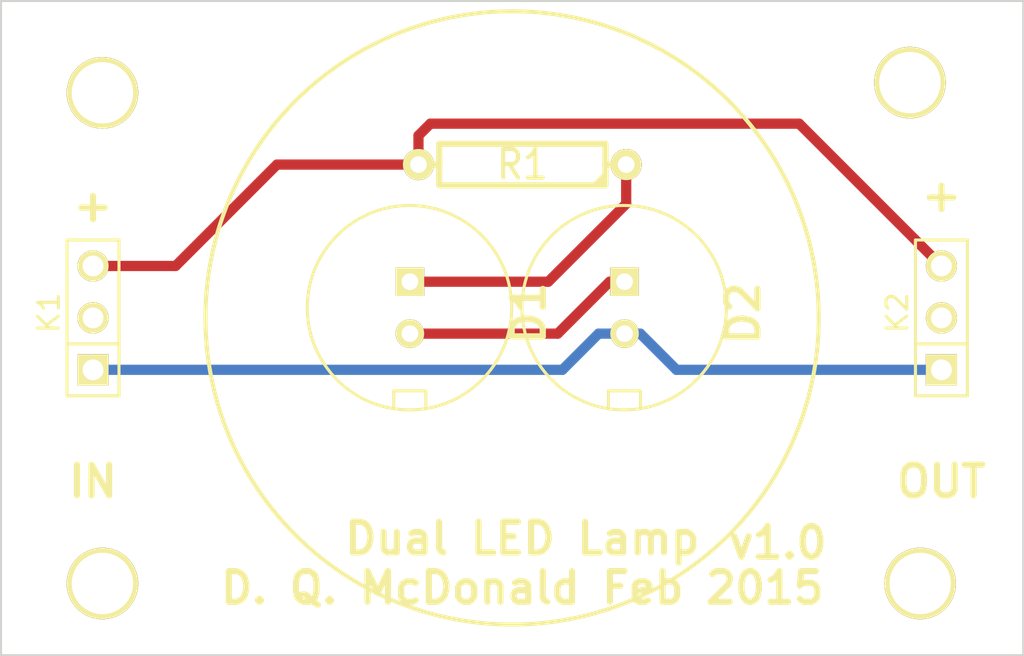
<source format=kicad_pcb>
(kicad_pcb (version 20221018) (generator pcbnew)
  (title_block (title "LED Lamp") (date "9/2/2015") (comment 1 "Quentin McDonald"))
  (layers (0 "F.Cu" signal) (31 "B.Cu" signal) (34 "B.Paste" user) (35 "F.Paste" user) (36 "B.SilkS" user) (37 "F.SilkS" user) (38 "B.Mask" user) (39 "F.Mask" user) (44 "Edge.Cuts" user))
  (net 0 "")
  (net 1 "Net-(D1-Pad1)")
  (net 2 "Net-(D1-Pad2)")
  (net 3 "Net-(D2-Pad2)")
  (net 4 "Net-(K1-Pad2)")
  (net 5 "Net-(K1-Pad3)")
  (net 6 "Net-(K2-Pad2)")
  (footprint "DQM:LED10mm" (layer "F.Cu") (at 153 117 -90)
    (fp_text reference "D1" (at 0.28 -5.81 270) (layer "F.SilkS") (effects (font (size 1.524 1.524) (thickness 0.3048))))
    (fp_text value "LED" hide)
    (fp_line (start 4.07 -0.78) (end 4.07 0.79) (stroke (width 0.15)) (layer "F.SilkS"))
    (fp_line (start 4.07 0.79) (end 4.93 0.79) (stroke (width 0.15)) (layer "F.SilkS"))
    (fp_line (start 4.91 -0.78) (end 4.07 -0.78) (stroke (width 0.15)) (layer "F.SilkS"))
    (fp_circle (center 0 0.02) (end 5 0.05) (stroke (width 0.15)) (fill none) (layer "F.SilkS"))
    (pad "1" thru_hole rect (at -1.27 0 270) (size 1.397 1.397) (drill 0.8128) (layers "*.Cu" "*.Mask" "F.SilkS") (net 1 "Net-(D1-Pad1)"))
    (pad "2" thru_hole circle (at 1.27 0 270) (size 1.397 1.397) (drill 0.8128) (layers "*.Cu" "*.Mask" "F.SilkS") (net 2 "Net-(D1-Pad2)"))
  )
  (footprint "DQM:LED10mm" (layer "F.Cu") (at 163.5 117 -90)
    (fp_text reference "D2" (at 0.28 -5.81 270) (layer "F.SilkS") (effects (font (size 1.524 1.524) (thickness 0.3048))))
    (fp_text value "LED" hide)
    (fp_line (start 4.07 -0.78) (end 4.07 0.79) (stroke (width 0.15)) (layer "F.SilkS"))
    (fp_line (start 4.07 0.79) (end 4.93 0.79) (stroke (width 0.15)) (layer "F.SilkS"))
    (fp_line (start 4.91 -0.78) (end 4.07 -0.78) (stroke (width 0.15)) (layer "F.SilkS"))
    (fp_circle (center 0 0.02) (end 5 0.05) (stroke (width 0.15)) (fill none) (layer "F.SilkS"))
    (pad "1" thru_hole rect (at -1.27 0 270) (size 1.397 1.397) (drill 0.8128) (layers "*.Cu" "*.Mask" "F.SilkS") (net 2 "Net-(D1-Pad2)"))
    (pad "2" thru_hole circle (at 1.27 0 270) (size 1.397 1.397) (drill 0.8128) (layers "*.Cu" "*.Mask" "F.SilkS") (net 3 "Net-(D2-Pad2)"))
  )
  (footprint "pin_array:PIN_ARRAY_3X1" (layer "F.Cu") (at 137.5 117.5 90)
    (fp_text reference "K1" (at 0.254 -2.159 90) (layer "F.SilkS") (effects (font (size 1.016 1.016) (thickness 0.1524))))
    (fp_text value "CONN_3" hide)
    (fp_line (start -3.81 -1.27) (end 3.81 -1.27) (stroke (width 0.1524)) (layer "F.SilkS"))
    (fp_line (start -3.81 1.27) (end -3.81 -1.27) (stroke (width 0.1524)) (layer "F.SilkS"))
    (fp_line (start -1.27 -1.27) (end -1.27 1.27) (stroke (width 0.1524)) (layer "F.SilkS"))
    (fp_line (start 3.81 -1.27) (end 3.81 1.27) (stroke (width 0.1524)) (layer "F.SilkS"))
    (fp_line (start 3.81 1.27) (end -3.81 1.27) (stroke (width 0.1524)) (layer "F.SilkS"))
    (pad "1" thru_hole rect (at -2.54 0 90) (size 1.524 1.524) (drill 1.016) (layers "*.Cu" "*.Mask" "F.SilkS") (net 3 "Net-(D2-Pad2)"))
    (pad "2" thru_hole circle (at 0 0 90) (size 1.524 1.524) (drill 1.016) (layers "*.Cu" "*.Mask" "F.SilkS") (net 4 "Net-(K1-Pad2)"))
    (pad "3" thru_hole circle (at 2.54 0 90) (size 1.524 1.524) (drill 1.016) (layers "*.Cu" "*.Mask" "F.SilkS") (net 5 "Net-(K1-Pad3)"))
  )
  (footprint "pin_array:PIN_ARRAY_3X1" (layer "F.Cu") (at 179 117.5 90)
    (fp_text reference "K2" (at 0.254 -2.159 90) (layer "F.SilkS") (effects (font (size 1.016 1.016) (thickness 0.1524))))
    (fp_text value "CONN_3" hide)
    (fp_line (start -3.81 -1.27) (end 3.81 -1.27) (stroke (width 0.1524)) (layer "F.SilkS"))
    (fp_line (start -3.81 1.27) (end -3.81 -1.27) (stroke (width 0.1524)) (layer "F.SilkS"))
    (fp_line (start -1.27 -1.27) (end -1.27 1.27) (stroke (width 0.1524)) (layer "F.SilkS"))
    (fp_line (start 3.81 -1.27) (end 3.81 1.27) (stroke (width 0.1524)) (layer "F.SilkS"))
    (fp_line (start 3.81 1.27) (end -3.81 1.27) (stroke (width 0.1524)) (layer "F.SilkS"))
    (pad "1" thru_hole rect (at -2.54 0 90) (size 1.524 1.524) (drill 1.016) (layers "*.Cu" "*.Mask" "F.SilkS") (net 3 "Net-(D2-Pad2)"))
    (pad "2" thru_hole circle (at 0 0 90) (size 1.524 1.524) (drill 1.016) (layers "*.Cu" "*.Mask" "F.SilkS") (net 6 "Net-(K2-Pad2)"))
    (pad "3" thru_hole circle (at 2.54 0 90) (size 1.524 1.524) (drill 1.016) (layers "*.Cu" "*.Mask" "F.SilkS") (net 5 "Net-(K1-Pad3)"))
  )
  (footprint "discret:R4" (layer "F.Cu") (at 158.5 110 180)
    (fp_text reference "R1" (at 0 0 180) (layer "F.SilkS") (effects (font (size 1.397 1.27) (thickness 0.2032))))
    (fp_text value "180 Ohm" hide)
    (fp_line (start -5.08 0) (end -4.064 0) (stroke (width 0.3048)) (layer "F.SilkS"))
    (fp_line (start -4.064 -1.016) (end 4.064 -1.016) (stroke (width 0.3048)) (layer "F.SilkS"))
    (fp_line (start -4.064 -0.508) (end -3.556 -1.016) (stroke (width 0.3048)) (layer "F.SilkS"))
    (fp_line (start -4.064 0) (end -4.064 -1.016) (stroke (width 0.3048)) (layer "F.SilkS"))
    (fp_line (start -4.064 1.016) (end -4.064 0) (stroke (width 0.3048)) (layer "F.SilkS"))
    (fp_line (start 4.064 -1.016) (end 4.064 1.016) (stroke (width 0.3048)) (layer "F.SilkS"))
    (fp_line (start 4.064 1.016) (end -4.064 1.016) (stroke (width 0.3048)) (layer "F.SilkS"))
    (fp_line (start 5.08 0) (end 4.064 0) (stroke (width 0.3048)) (layer "F.SilkS"))
    (pad "1" thru_hole circle (at -5.08 0 180) (size 1.524 1.524) (drill 0.8128) (layers "*.Cu" "*.Mask" "F.SilkS") (net 1 "Net-(D1-Pad1)"))
    (pad "2" thru_hole circle (at 5.08 0 180) (size 1.524 1.524) (drill 0.8128) (layers "*.Cu" "*.Mask" "F.SilkS") (net 5 "Net-(K1-Pad3)"))
  )
  (footprint "DQM:3MMMountingHole" (layer "F.Cu") (at 177.5 105)
    (fp_text reference "" (at 0 0) (layer "F.SilkS"))
    (fp_text value "" (at 0 0) (layer "F.SilkS"))
    (pad "1" thru_hole circle (at -0.04 0.99) (size 3.5 3.5) (drill 3) (layers "*.Cu" "*.Mask" "F.SilkS"))
  )
  (footprint "DQM:3MMMountingHole" (layer "F.Cu") (at 138 105.5)
    (fp_text reference "" (at 0 0) (layer "F.SilkS"))
    (fp_text value "" (at 0 0) (layer "F.SilkS"))
    (pad "1" thru_hole circle (at -0.04 0.99) (size 3.5 3.5) (drill 3) (layers "*.Cu" "*.Mask" "F.SilkS"))
  )
  (footprint "DQM:3MMMountingHole" (layer "F.Cu") (at 138 129.5)
    (fp_text reference "" (at 0 0) (layer "F.SilkS"))
    (fp_text value "" (at 0 0) (layer "F.SilkS"))
    (pad "1" thru_hole circle (at -0.04 0.99) (size 3.5 3.5) (drill 3) (layers "*.Cu" "*.Mask" "F.SilkS"))
  )
  (footprint "DQM:3MMMountingHole" (layer "F.Cu") (at 178 129.5)
    (fp_text reference "" (at 0 0) (layer "F.SilkS"))
    (fp_text value "" (at 0 0) (layer "F.SilkS"))
    (pad "1" thru_hole circle (at -0.04 0.99) (size 3.5 3.5) (drill 3) (layers "*.Cu" "*.Mask" "F.SilkS"))
  )
  (gr_circle (center 158 117.5) (end 173 117.5) (stroke (width 0.2)) (fill none) (layer "F.SilkS"))
  (gr_line (start 183 102) (end 183 134) (stroke (width 0.1)) (layer "Edge.Cuts"))
  (gr_line (start 183 134) (end 133 134) (stroke (width 0.1)) (layer "Edge.Cuts"))
  (gr_line (start 133 134) (end 133 102) (stroke (width 0.1)) (layer "Edge.Cuts"))
  (gr_line (start 133 102) (end 133.5 102) (stroke (width 0.1)) (layer "Edge.Cuts"))
  (gr_line (start 133.5 102) (end 183 102) (stroke (width 0.1)) (layer "Edge.Cuts"))
  (gr_text "Dual LED Lamp\nD. Q. McDonald Feb 2015" (at 158.5 129.5) (layer "F.SilkS") (effects (font (size 1.5 1.5) (thickness 0.3))))
  (gr_text "OUT" (at 179 125.5) (layer "F.SilkS") (effects (font (size 1.5 1.5) (thickness 0.3))))
  (gr_text "+" (at 179 111.5) (layer "F.SilkS") (effects (font (size 1.5 1.5) (thickness 0.3))))
  (gr_text "IN" (at 137.5 125.5) (layer "F.SilkS") (effects (font (size 1.5 1.5) (thickness 0.3))))
  (gr_text "v1.0" (at 171 128.5) (layer "F.SilkS") (effects (font (size 1.5 1.5) (thickness 0.3))))
  (gr_text "+" (at 137.5 112) (layer "F.SilkS") (effects (font (size 1.5 1.5) (thickness 0.3))))
  (segment (start 163.58 111.92) (end 159.77 115.73) (width 0.5) (layer "F.Cu") (net 1))
  (segment (start 159.77 115.73) (end 153 115.73) (width 0.5) (layer "F.Cu") (net 1))
  (segment (start 163.58 110) (end 163.58 111.92) (width 0.5) (layer "F.Cu") (net 1))
  (segment (start 160.23 118.27) (end 162.77 115.73) (width 0.5) (layer "F.Cu") (net 2))
  (segment (start 162.77 115.73) (end 163.5 115.73) (width 0.5) (layer "F.Cu") (net 2))
  (segment (start 153 118.27) (end 160.23 118.27) (width 0.5) (layer "F.Cu") (net 2))
  (segment (start 160.46 120.04) (end 162.23 118.27) (width 0.5) (layer "B.Cu") (net 3))
  (segment (start 162.23 118.27) (end 163.5 118.27) (width 0.5) (layer "B.Cu") (net 3))
  (segment (start 164.27 118.27) (end 166.04 120.04) (width 0.5) (layer "B.Cu") (net 3))
  (segment (start 166.04 120.04) (end 179 120.04) (width 0.5) (layer "B.Cu") (net 3))
  (segment (start 163.5 118.27) (end 164.27 118.27) (width 0.5) (layer "B.Cu") (net 3))
  (segment (start 137.5 120.04) (end 160.46 120.04) (width 0.5) (layer "B.Cu") (net 3))
  (segment (start 141.54 114.96) (end 146.5 110) (width 0.5) (layer "F.Cu") (net 5))
  (segment (start 146.5 110) (end 153.42 110) (width 0.5) (layer "F.Cu") (net 5))
  (segment (start 153.42 108.58) (end 154 108) (width 0.5) (layer "F.Cu") (net 5))
  (segment (start 154 108) (end 172.04 108) (width 0.5) (layer "F.Cu") (net 5))
  (segment (start 172.04 108) (end 179 114.96) (width 0.5) (layer "F.Cu") (net 5))
  (segment (start 137.5 114.96) (end 141.54 114.96) (width 0.5) (layer "F.Cu") (net 5))
  (segment (start 153.42 110) (end 153.42 108.58) (width 0.5) (layer "F.Cu") (net 5))
)
</source>
